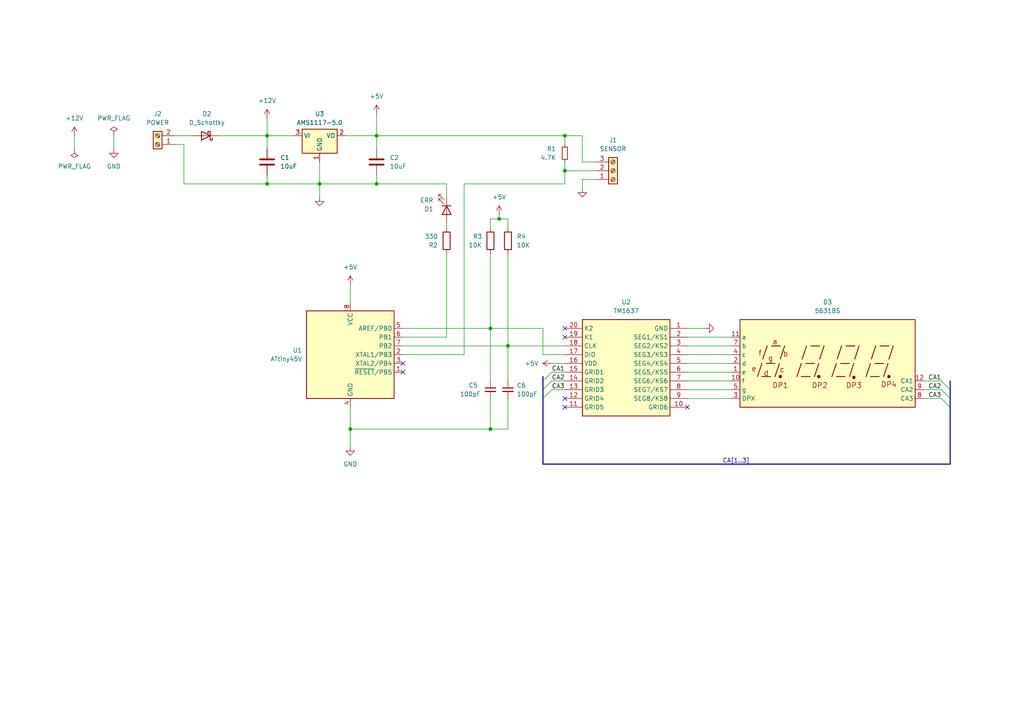
<source format=kicad_sch>
(kicad_sch (version 20230121) (generator eeschema)
  (paper "A4")
  (title_block (date "2023-08-08"))
  (lib_symbols
    (symbol "5631BS:5631BS"
      (property "Reference" "D" (at -25.4 13.97 0))
      (property "Value" "5631BS" (at 0 13.97 0))
      (symbol "5631BS_0_0"
        (rectangle (start -26.67 12.7) (end 24.13 -12.7) (stroke (width 0.254)) (fill (type background)))
        (polyline (pts (xy -21.59 -3.81) (xy -20.32 0)) (stroke (width 0.254)))
        (polyline (pts (xy -20.32 -3.81) (xy -17.78 -3.81)) (stroke (width 0.254)))
        (polyline (pts (xy -20.066 1.27) (xy -18.796 5.08)) (stroke (width 0.254)))
        (polyline (pts (xy -19.05 0) (xy -16.51 0)) (stroke (width 0.254)))
        (polyline (pts (xy -17.526 5.08) (xy -14.986 5.08)) (stroke (width 0.254)))
        (polyline (pts (xy -16.51 -3.81) (xy -15.24 0)) (stroke (width 0.254)))
        (polyline (pts (xy -14.986 1.27) (xy -13.716 5.08)) (stroke (width 0.254)))
        (polyline (pts (xy -10.16 -3.81) (xy -8.89 0)) (stroke (width 0.254)))
        (polyline (pts (xy -8.89 -3.81) (xy -6.35 -3.81)) (stroke (width 0.254)))
        (polyline (pts (xy -8.636 1.27) (xy -7.366 5.08)) (stroke (width 0.254)))
        (polyline (pts (xy -7.62 0) (xy -5.08 0)) (stroke (width 0.254)))
        (polyline (pts (xy -6.096 5.08) (xy -3.556 5.08)) (stroke (width 0.254)))
        (polyline (pts (xy -5.08 -3.81) (xy -3.81 0)) (stroke (width 0.254)))
        (polyline (pts (xy -3.556 1.27) (xy -2.286 5.08)) (stroke (width 0.254)))
        (polyline (pts (xy 0 -3.81) (xy 1.27 0)) (stroke (width 0.254)))
        (polyline (pts (xy 1.27 -3.81) (xy 3.81 -3.81)) (stroke (width 0.254)))
        (polyline (pts (xy 1.524 1.27) (xy 2.794 5.08)) (stroke (width 0.254)))
        (polyline (pts (xy 2.54 0) (xy 5.08 0)) (stroke (width 0.254)))
        (polyline (pts (xy 4.064 5.08) (xy 6.604 5.08)) (stroke (width 0.254)))
        (polyline (pts (xy 5.08 -3.81) (xy 6.35 0)) (stroke (width 0.254)))
        (polyline (pts (xy 6.604 1.27) (xy 7.874 5.08)) (stroke (width 0.254)))
        (polyline (pts (xy 9.906 -3.81) (xy 11.176 0)) (stroke (width 0.254)))
        (polyline (pts (xy 11.176 -3.81) (xy 13.716 -3.81)) (stroke (width 0.254)))
        (polyline (pts (xy 11.43 1.27) (xy 12.7 5.08)) (stroke (width 0.254)))
        (polyline (pts (xy 12.446 0) (xy 14.986 0)) (stroke (width 0.254)))
        (polyline (pts (xy 13.97 5.08) (xy 16.51 5.08)) (stroke (width 0.254)))
        (polyline (pts (xy 14.986 -3.81) (xy 16.256 0)) (stroke (width 0.254)))
        (polyline (pts (xy 16.51 1.27) (xy 17.78 5.08)) (stroke (width 0.254)))
        (text "a" (at -16.51 6.35 0) (effects (font (size 1.524 1.524))))
        (text "b" (at -13.462 2.794 0) (effects (font (size 1.524 1.524))))
        (text "c" (at -14.478 -1.778 0) (effects (font (size 1.524 1.524))))
        (text "d" (at -19.05 -2.794 0) (effects (font (size 1.524 1.524))))
        (text "DP1" (at -14.986 -6.35 0) (effects (font (size 1.524 1.524))))
        (text "DP2" (at -3.556 -6.35 0) (effects (font (size 1.524 1.524))))
        (text "DP3" (at 6.35 -6.35 0) (effects (font (size 1.524 1.524))))
        (text "DP4" (at 16.51 -6.096 0) (effects (font (size 1.524 1.524))))
        (text "e" (at -22.606 -1.524 0) (effects (font (size 1.524 1.524))))
        (text "f" (at -20.828 3.048 0) (effects (font (size 1.524 1.524))))
        (text "g" (at -17.78 1.524 0) (effects (font (size 1.524 1.524))))
      )
      (symbol "5631BS_0_1"
        (circle (center -14.986 -3.81) (radius 0.3556) (stroke (width 0.254)) (fill (type outline)))
        (circle (center -3.81 -3.81) (radius 0.3556) (stroke (width 0.254)) (fill (type outline)))
      )
      (symbol "5631BS_1_0"
        (circle (center 6.35 -4.064) (radius 0.3556) (stroke (width 0.254)) (fill (type outline)))
        (circle (center 16.51 -3.81) (radius 0.3556) (stroke (width 0.254)) (fill (type outline)))
      )
      (symbol "5631BS_1_1"
        (pin input line (at -29.21 -2.54 0) (length 2.54) (name "e") (number "1"))
        (pin input line (at -29.21 -5.08 0) (length 2.54) (name "f") (number "10"))
        (pin input line (at -29.21 7.62 0) (length 2.54) (name "a") (number "11"))
        (pin input line (at 26.67 -5.08 180) (length 2.54) (name "CA1") (number "12"))
        (pin input line (at -29.21 0 0) (length 2.54) (name "d") (number "2"))
        (pin input line (at -29.21 -10.16 0) (length 2.54) (name "DPX") (number "3"))
        (pin input line (at -29.21 2.54 0) (length 2.54) (name "c") (number "4"))
        (pin input line (at -29.21 -7.62 0) (length 2.54) (name "g") (number "5"))
        (pin input line (at -29.21 5.08 0) (length 2.54) (name "b") (number "7"))
        (pin input line (at 26.67 -10.16 180) (length 2.54) (name "CA3") (number "8"))
        (pin input line (at 26.67 -7.62 180) (length 2.54) (name "CA2") (number "9"))
      )
    )
    (symbol "Connector:Screw_Terminal_01x02" (pin_names (offset 1.016) hide)
      (property "Reference" "J" (at 0 2.54 0))
      (property "Value" "Screw_Terminal_01x02" (at 0 -5.08 0))
      (symbol "Screw_Terminal_01x02_1_1"
        (rectangle (start -1.27 1.27) (end 1.27 -3.81) (stroke (width 0.254)) (fill (type background)))
        (circle (center 0 -2.54) (radius 0.635) (stroke (width 0.1524)))
        (polyline (pts (xy -0.5334 -2.2098) (xy 0.3302 -3.048)) (stroke (width 0.1524)))
        (polyline (pts (xy -0.5334 0.3302) (xy 0.3302 -0.508)) (stroke (width 0.1524)))
        (polyline (pts (xy -0.3556 -2.032) (xy 0.508 -2.8702)) (stroke (width 0.1524)))
        (polyline (pts (xy -0.3556 0.508) (xy 0.508 -0.3302)) (stroke (width 0.1524)))
        (circle (center 0 0) (radius 0.635) (stroke (width 0.1524)))
        (pin passive line (at -5.08 0 0) (length 3.81) (name "Pin_1") (number "1"))
        (pin passive line (at -5.08 -2.54 0) (length 3.81) (name "Pin_2") (number "2"))
      )
    )
    (symbol "Connector:Screw_Terminal_01x03" (pin_names (offset 1.016) hide)
      (property "Reference" "J" (at 0 5.08 0))
      (property "Value" "Screw_Terminal_01x03" (at 0 -5.08 0))
      (symbol "Screw_Terminal_01x03_1_1"
        (rectangle (start -1.27 3.81) (end 1.27 -3.81) (stroke (width 0.254)) (fill (type background)))
        (circle (center 0 -2.54) (radius 0.635) (stroke (width 0.1524)))
        (polyline (pts (xy -0.5334 -2.2098) (xy 0.3302 -3.048)) (stroke (width 0.1524)))
        (polyline (pts (xy -0.5334 0.3302) (xy 0.3302 -0.508)) (stroke (width 0.1524)))
        (polyline (pts (xy -0.5334 2.8702) (xy 0.3302 2.032)) (stroke (width 0.1524)))
        (polyline (pts (xy -0.3556 -2.032) (xy 0.508 -2.8702)) (stroke (width 0.1524)))
        (polyline (pts (xy -0.3556 0.508) (xy 0.508 -0.3302)) (stroke (width 0.1524)))
        (polyline (pts (xy -0.3556 3.048) (xy 0.508 2.2098)) (stroke (width 0.1524)))
        (circle (center 0 0) (radius 0.635) (stroke (width 0.1524)))
        (circle (center 0 2.54) (radius 0.635) (stroke (width 0.1524)))
        (pin passive line (at -5.08 2.54 0) (length 3.81) (name "Pin_1") (number "1"))
        (pin passive line (at -5.08 0 0) (length 3.81) (name "Pin_2") (number "2"))
        (pin passive line (at -5.08 -2.54 0) (length 3.81) (name "Pin_3") (number "3"))
      )
    )
    (symbol "Device:C" (pin_numbers hide) (pin_names (offset 0.254))
      (property "Reference" "C" (at 0.635 2.54 0))
      (property "Value" "C" (at 0.635 -2.54 0))
      (symbol "C_0_1"
        (polyline (pts (xy -2.032 -0.762) (xy 2.032 -0.762)) (stroke (width 0.508)))
        (polyline (pts (xy -2.032 0.762) (xy 2.032 0.762)) (stroke (width 0.508)))
      )
      (symbol "C_1_1"
        (pin passive line (at 0 3.81 270) (length 2.794) (name "~") (number "1"))
        (pin passive line (at 0 -3.81 90) (length 2.794) (name "~") (number "2"))
      )
    )
    (symbol "Device:C_Small" (pin_numbers hide) (pin_names (offset 0.254) hide)
      (property "Reference" "C" (at 0.254 1.778 0))
      (property "Value" "C_Small" (at 0.254 -2.032 0))
      (symbol "C_Small_0_1"
        (polyline (pts (xy -1.524 -0.508) (xy 1.524 -0.508)) (stroke (width 0.3302)))
        (polyline (pts (xy -1.524 0.508) (xy 1.524 0.508)) (stroke (width 0.3048)))
      )
      (symbol "C_Small_1_1"
        (pin passive line (at 0 2.54 270) (length 2.032) (name "~") (number "1"))
        (pin passive line (at 0 -2.54 90) (length 2.032) (name "~") (number "2"))
      )
    )
    (symbol "Device:D_Schottky" (pin_numbers hide) (pin_names (offset 1.016) hide)
      (property "Reference" "D" (at 0 2.54 0))
      (property "Value" "D_Schottky" (at 0 -2.54 0))
      (symbol "D_Schottky_0_1"
        (polyline (pts (xy 1.27 0) (xy -1.27 0)))
        (polyline (pts (xy 1.27 1.27) (xy 1.27 -1.27) (xy -1.27 0) (xy 1.27 1.27)) (stroke (width 0.254)))
        (polyline (pts (xy -1.905 0.635) (xy -1.905 1.27) (xy -1.27 1.27) (xy -1.27 -1.27) (xy -0.635 -1.27) (xy -0.635 -0.635)) (stroke (width 0.254)))
      )
      (symbol "D_Schottky_1_1"
        (pin passive line (at -3.81 0 0) (length 2.54) (name "K") (number "1"))
        (pin passive line (at 3.81 0 180) (length 2.54) (name "A") (number "2"))
      )
    )
    (symbol "Device:LED" (pin_numbers hide) (pin_names (offset 1.016) hide)
      (property "Reference" "D" (at 0 2.54 0))
      (property "Value" "LED" (at 0 -2.54 0))
      (symbol "LED_0_1"
        (polyline (pts (xy -1.27 -1.27) (xy -1.27 1.27)) (stroke (width 0.254)))
        (polyline (pts (xy -1.27 0) (xy 1.27 0)))
        (polyline (pts (xy 1.27 -1.27) (xy 1.27 1.27) (xy -1.27 0) (xy 1.27 -1.27)) (stroke (width 0.254)))
        (polyline (pts (xy -3.048 -0.762) (xy -4.572 -2.286) (xy -3.81 -2.286) (xy -4.572 -2.286) (xy -4.572 -1.524)))
        (polyline (pts (xy -1.778 -0.762) (xy -3.302 -2.286) (xy -2.54 -2.286) (xy -3.302 -2.286) (xy -3.302 -1.524)))
      )
      (symbol "LED_1_1"
        (pin passive line (at -3.81 0 0) (length 2.54) (name "K") (number "1"))
        (pin passive line (at 3.81 0 180) (length 2.54) (name "A") (number "2"))
      )
    )
    (symbol "Device:R" (pin_numbers hide) (pin_names (offset 0))
      (property "Reference" "R" (at 2.032 0 90))
      (property "Value" "R" (at 0 0 90))
      (symbol "R_0_1"
        (rectangle (start -1.016 -2.54) (end 1.016 2.54) (stroke (width 0.254)))
      )
      (symbol "R_1_1"
        (pin passive line (at 0 3.81 270) (length 1.27) (name "~") (number "1"))
        (pin passive line (at 0 -3.81 90) (length 1.27) (name "~") (number "2"))
      )
    )
    (symbol "Device:R_Small" (pin_numbers hide) (pin_names (offset 0.254) hide)
      (property "Reference" "R" (at 0.762 0.508 0))
      (property "Value" "R_Small" (at 0.762 -1.016 0))
      (symbol "R_Small_0_1"
        (rectangle (start -0.762 1.778) (end 0.762 -1.778) (stroke (width 0.2032)))
      )
      (symbol "R_Small_1_1"
        (pin passive line (at 0 2.54 270) (length 0.762) (name "~") (number "1"))
        (pin passive line (at 0 -2.54 90) (length 0.762) (name "~") (number "2"))
      )
    )
    (symbol "MCU_Microchip_ATtiny:ATtiny45V-10X"
      (property "Reference" "U" (at -12.7 13.97 0))
      (property "Value" "ATtiny45V-10X" (at 2.54 -13.97 0))
      (symbol "ATtiny45V-10X_0_1"
        (rectangle (start -12.7 -12.7) (end 12.7 12.7) (stroke (width 0.254)) (fill (type background)))
      )
      (symbol "ATtiny45V-10X_1_1"
        (pin bidirectional line (at 15.24 -5.08 180) (length 2.54) (name "~{RESET}/PB5") (number "1"))
        (pin bidirectional line (at 15.24 0 180) (length 2.54) (name "XTAL1/PB3") (number "2"))
        (pin bidirectional line (at 15.24 -2.54 180) (length 2.54) (name "XTAL2/PB4") (number "3"))
        (pin power_in line (at 0 -15.24 90) (length 2.54) (name "GND") (number "4"))
        (pin bidirectional line (at 15.24 7.62 180) (length 2.54) (name "AREF/PB0") (number "5"))
        (pin bidirectional line (at 15.24 5.08 180) (length 2.54) (name "PB1") (number "6"))
        (pin bidirectional line (at 15.24 2.54 180) (length 2.54) (name "PB2") (number "7"))
        (pin power_in line (at 0 15.24 270) (length 2.54) (name "VCC") (number "8"))
      )
    )
    (symbol "Regulator_Linear:AMS1117-5.0"
      (property "Reference" "U" (at -3.81 3.175 0))
      (property "Value" "AMS1117-5.0" (at 0 3.175 0))
      (symbol "AMS1117-5.0_0_1"
        (rectangle (start -5.08 -5.08) (end 5.08 1.905) (stroke (width 0.254)) (fill (type background)))
      )
      (symbol "AMS1117-5.0_1_1"
        (pin power_in line (at 0 -7.62 90) (length 2.54) (name "GND") (number "1"))
        (pin power_out line (at 7.62 0 180) (length 2.54) (name "VO") (number "2"))
        (pin power_in line (at -7.62 0 0) (length 2.54) (name "VI") (number "3"))
      )
    )
    (symbol "TM1637__SOP_:TM1637__SOP_"
      (property "Reference" "IC" (at 31.75 7.62 0))
      (property "Value" "TM1637__SOP_" (at 31.75 5.08 0))
      (symbol "TM1637__SOP__1_1"
        (rectangle (start 5.08 2.54) (end 30.48 -25.4) (stroke (width 0.254)) (fill (type background)))
        (pin passive line (at 0 0 0) (length 5.08) (name "GND") (number "1"))
        (pin passive line (at 0 -22.86 0) (length 5.08) (name "GRID6") (number "10"))
        (pin passive line (at 35.56 -22.86 180) (length 5.08) (name "GRID5") (number "11"))
        (pin passive line (at 35.56 -20.32 180) (length 5.08) (name "GRID4") (number "12"))
        (pin passive line (at 35.56 -17.78 180) (length 5.08) (name "GRID3") (number "13"))
        (pin passive line (at 35.56 -15.24 180) (length 5.08) (name "GRID2") (number "14"))
        (pin passive line (at 35.56 -12.7 180) (length 5.08) (name "GRID1") (number "15"))
        (pin passive line (at 35.56 -10.16 180) (length 5.08) (name "VDD") (number "16"))
        (pin passive line (at 35.56 -7.62 180) (length 5.08) (name "DIO") (number "17"))
        (pin passive line (at 35.56 -5.08 180) (length 5.08) (name "CLK") (number "18"))
        (pin passive line (at 35.56 -2.54 180) (length 5.08) (name "K1") (number "19"))
        (pin passive line (at 0 -2.54 0) (length 5.08) (name "SEG1/KS1") (number "2"))
        (pin passive line (at 35.56 0 180) (length 5.08) (name "K2") (number "20"))
        (pin passive line (at 0 -5.08 0) (length 5.08) (name "SEG2/KS2") (number "3"))
        (pin passive line (at 0 -7.62 0) (length 5.08) (name "SEG3/KS3") (number "4"))
        (pin passive line (at 0 -10.16 0) (length 5.08) (name "SEG4/KS4") (number "5"))
        (pin passive line (at 0 -12.7 0) (length 5.08) (name "SEG5/KS5") (number "6"))
        (pin passive line (at 0 -15.24 0) (length 5.08) (name "SEG6/KS6") (number "7"))
        (pin passive line (at 0 -17.78 0) (length 5.08) (name "SEG7/KS7") (number "8"))
        (pin passive line (at 0 -20.32 0) (length 5.08) (name "SEG8/KS8") (number "9"))
      )
    )
    (symbol "power:+12V" (power) (pin_names (offset 0))
      (property "Value" "+12V" (at 0 3.556 0))
      (symbol "+12V_0_1"
        (polyline (pts (xy -0.762 1.27) (xy 0 2.54)))
        (polyline (pts (xy 0 0) (xy 0 2.54)))
        (polyline (pts (xy 0 2.54) (xy 0.762 1.27)))
      )
      (symbol "+12V_1_1"
        (pin power_in line (at 0 0 90) (length 0) hide (name "+12V") (number "1"))
      )
    )
    (symbol "power:+5V" (power) (pin_names (offset 0))
      (property "Value" "+5V" (at 0 3.556 0))
      (symbol "+5V_0_1"
        (polyline (pts (xy -0.762 1.27) (xy 0 2.54)))
        (polyline (pts (xy 0 0) (xy 0 2.54)))
        (polyline (pts (xy 0 2.54) (xy 0.762 1.27)))
      )
      (symbol "+5V_1_1"
        (pin power_in line (at 0 0 90) (length 0) hide (name "+5V") (number "1"))
      )
    )
    (symbol "power:GND" (power) (pin_names (offset 0))
      (property "Value" "GND" (at 0 -3.81 0))
      (symbol "GND_0_1"
        (polyline (pts (xy 0 0) (xy 0 -1.27) (xy 1.27 -1.27) (xy 0 -2.54) (xy -1.27 -1.27) (xy 0 -1.27)))
      )
      (symbol "GND_1_1"
        (pin power_in line (at 0 0 270) (length 0) hide (name "GND") (number "1"))
      )
    )
    (symbol "power:PWR_FLAG" (power) (pin_numbers hide) (pin_names (offset 0) hide)
      (property "Value" "PWR_FLAG" (at 0 3.81 0))
      (symbol "PWR_FLAG_0_0"
        (pin power_out line (at 0 0 90) (length 0) (name "pwr") (number "1"))
      )
      (symbol "PWR_FLAG_0_1"
        (polyline (pts (xy 0 0) (xy 0 1.27) (xy -1.016 1.905) (xy 0 2.54) (xy 1.016 1.905) (xy 0 1.27)))
      )
    )
  )
  (junction (at 163.83 39.37))
  (junction (at 101.6 124.46))
  (junction (at 142.24 95.25))
  (junction (at 92.71 53.34))
  (junction (at 77.47 39.37))
  (junction (at 77.47 53.34))
  (junction (at 144.78 63.5))
  (junction (at 142.24 124.46))
  (junction (at 163.83 49.53))
  (junction (at 147.32 100.33))
  (junction (at 109.22 53.34))
  (junction (at 109.22 39.37))
  (no_connect (at 163.83 118.11))
  (no_connect (at 116.84 107.95))
  (no_connect (at 163.83 115.57))
  (no_connect (at 199.39 118.11))
  (no_connect (at 116.84 105.41))
  (no_connect (at 163.83 97.79))
  (no_connect (at 163.83 95.25))
  (bus_entry (at 157.48 115.57) (size 2.54 -2.54))
  (bus_entry (at 275.59 118.11) (size -2.54 -2.54))
  (bus_entry (at 157.48 110.49) (size 2.54 -2.54))
  (bus_entry (at 275.59 115.57) (size -2.54 -2.54))
  (bus_entry (at 157.48 113.03) (size 2.54 -2.54))
  (bus_entry (at 275.59 113.03) (size -2.54 -2.54))
  (wire (pts (xy 109.22 39.37) (xy 163.83 39.37)))
  (wire (pts (xy 199.39 113.03) (xy 212.09 113.03)))
  (wire (pts (xy 109.22 39.37) (xy 109.22 43.18)))
  (wire (pts (xy 147.32 115.57) (xy 147.32 124.46)))
  (wire (pts (xy 116.84 97.79) (xy 129.54 97.79)))
  (wire (pts (xy 50.8 41.91) (xy 53.34 41.91)))
  (wire (pts (xy 147.32 100.33) (xy 163.83 100.33)))
  (wire (pts (xy 142.24 63.5) (xy 144.78 63.5)))
  (wire (pts (xy 142.24 66.04) (xy 142.24 63.5)))
  (wire (pts (xy 163.83 49.53) (xy 172.72 49.53)))
  (wire (pts (xy 142.24 95.25) (xy 157.48 95.25)))
  (wire (pts (xy 92.71 53.34) (xy 92.71 57.15)))
  (wire (pts (xy 53.34 53.34) (xy 77.47 53.34)))
  (wire (pts (xy 163.83 49.53) (xy 163.83 53.34)))
  (wire (pts (xy 199.39 100.33) (xy 212.09 100.33)))
  (wire (pts (xy 147.32 63.5) (xy 147.32 66.04)))
  (wire (pts (xy 144.78 63.5) (xy 144.78 62.23)))
  (wire (pts (xy 116.84 102.87) (xy 134.62 102.87)))
  (wire (pts (xy 168.91 52.07) (xy 172.72 52.07)))
  (wire (pts (xy 92.71 46.99) (xy 92.71 53.34)))
  (wire (pts (xy 100.33 39.37) (xy 109.22 39.37)))
  (wire (pts (xy 199.39 110.49) (xy 212.09 110.49)))
  (wire (pts (xy 109.22 33.02) (xy 109.22 39.37)))
  (wire (pts (xy 129.54 66.04) (xy 129.54 64.77)))
  (wire (pts (xy 101.6 124.46) (xy 142.24 124.46)))
  (wire (pts (xy 21.59 39.37) (xy 21.59 43.18)))
  (wire (pts (xy 157.48 102.87) (xy 163.83 102.87)))
  (wire (pts (xy 267.97 110.49) (xy 273.05 110.49)))
  (wire (pts (xy 147.32 73.66) (xy 147.32 100.33)))
  (wire (pts (xy 199.39 105.41) (xy 212.09 105.41)))
  (wire (pts (xy 77.47 50.8) (xy 77.47 53.34)))
  (wire (pts (xy 199.39 95.25) (xy 204.47 95.25)))
  (wire (pts (xy 163.83 41.91) (xy 163.83 39.37)))
  (wire (pts (xy 53.34 41.91) (xy 53.34 53.34)))
  (wire (pts (xy 147.32 100.33) (xy 147.32 110.49)))
  (wire (pts (xy 199.39 102.87) (xy 212.09 102.87)))
  (bus (pts (xy 275.59 110.49) (xy 275.59 113.03)))
  (wire (pts (xy 199.39 97.79) (xy 212.09 97.79)))
  (bus (pts (xy 275.59 115.57) (xy 275.59 118.11)))
  (wire (pts (xy 267.97 113.03) (xy 273.05 113.03)))
  (bus (pts (xy 157.48 115.57) (xy 157.48 134.62)))
  (wire (pts (xy 101.6 118.11) (xy 101.6 124.46)))
  (wire (pts (xy 50.8 39.37) (xy 55.88 39.37)))
  (wire (pts (xy 77.47 39.37) (xy 85.09 39.37)))
  (wire (pts (xy 134.62 53.34) (xy 163.83 53.34)))
  (wire (pts (xy 92.71 53.34) (xy 109.22 53.34)))
  (wire (pts (xy 199.39 107.95) (xy 212.09 107.95)))
  (wire (pts (xy 33.02 39.37) (xy 33.02 43.18)))
  (wire (pts (xy 142.24 73.66) (xy 142.24 95.25)))
  (wire (pts (xy 168.91 46.99) (xy 168.91 39.37)))
  (wire (pts (xy 142.24 95.25) (xy 142.24 110.49)))
  (wire (pts (xy 147.32 124.46) (xy 142.24 124.46)))
  (wire (pts (xy 144.78 63.5) (xy 147.32 63.5)))
  (wire (pts (xy 101.6 82.55) (xy 101.6 87.63)))
  (bus (pts (xy 275.59 118.11) (xy 275.59 134.62)))
  (wire (pts (xy 109.22 50.8) (xy 109.22 53.34)))
  (bus (pts (xy 275.59 134.62) (xy 157.48 134.62)))
  (wire (pts (xy 129.54 53.34) (xy 129.54 57.15)))
  (wire (pts (xy 77.47 53.34) (xy 92.71 53.34)))
  (wire (pts (xy 101.6 124.46) (xy 101.6 129.54)))
  (wire (pts (xy 267.97 115.57) (xy 273.05 115.57)))
  (wire (pts (xy 199.39 115.57) (xy 212.09 115.57)))
  (wire (pts (xy 77.47 39.37) (xy 77.47 43.18)))
  (wire (pts (xy 129.54 73.66) (xy 129.54 97.79)))
  (bus (pts (xy 157.48 109.22) (xy 157.48 110.49)))
  (bus (pts (xy 275.59 113.03) (xy 275.59 115.57)))
  (wire (pts (xy 163.83 46.99) (xy 163.83 49.53)))
  (wire (pts (xy 168.91 52.07) (xy 168.91 54.61)))
  (wire (pts (xy 77.47 34.29) (xy 77.47 39.37)))
  (wire (pts (xy 160.02 105.41) (xy 163.83 105.41)))
  (wire (pts (xy 134.62 102.87) (xy 134.62 53.34)))
  (wire (pts (xy 109.22 53.34) (xy 129.54 53.34)))
  (wire (pts (xy 168.91 46.99) (xy 172.72 46.99)))
  (wire (pts (xy 116.84 100.33) (xy 147.32 100.33)))
  (wire (pts (xy 160.02 110.49) (xy 163.83 110.49)))
  (wire (pts (xy 63.5 39.37) (xy 77.47 39.37)))
  (bus (pts (xy 157.48 113.03) (xy 157.48 115.57)))
  (bus (pts (xy 157.48 110.49) (xy 157.48 113.03)))
  (wire (pts (xy 163.83 39.37) (xy 168.91 39.37)))
  (wire (pts (xy 116.84 95.25) (xy 142.24 95.25)))
  (wire (pts (xy 157.48 95.25) (xy 157.48 102.87)))
  (wire (pts (xy 142.24 115.57) (xy 142.24 124.46)))
  (wire (pts (xy 160.02 113.03) (xy 163.83 113.03)))
  (wire (pts (xy 160.02 107.95) (xy 163.83 107.95)))
  (label "CA[1..3]" (at 209.55 134.62 0))
  (label "CA1" (at 160.02 107.95 0))
  (label "CA1" (at 269.24 110.49 0))
  (label "CA2" (at 269.24 113.03 0))
  (label "CA3" (at 269.24 115.57 0))
  (label "CA3" (at 160.02 113.03 0))
  (label "CA2" (at 160.02 110.49 0))
  (symbol (lib_id "power:+5V") (at 160.02 105.41 90) (unit 1)
    (property "Reference" "#PWR08" (effects hide))
    (property "Value" "+5V" (at 156.21 105.41 90) (effects (justify left)))
  )
  (symbol (lib_id "power:PWR_FLAG") (at 33.02 39.37 0) (unit 1)
    (property "Reference" "#FLG02" (effects hide))
    (property "Value" "PWR_FLAG" (at 33.02 34.29 0))
  )
  (symbol (lib_id "Connector:Screw_Terminal_01x03") (at 177.8 49.53 0) (mirror x) (unit 1)
    (property "Reference" "J1" (at 177.8 40.64 0))
    (property "Value" "SENSOR" (at 177.8 43.18 0))
    (property "Footprint" "TerminalBlock_Phoenix:TerminalBlock_Phoenix_MPT-0,5-3-2.54_1x03_P2.54mm_Horizontal" (effects hide))
  )
  (symbol (lib_id "Device:C") (at 77.47 46.99 0) (unit 1)
    (property "Reference" "C1" (at 81.28 45.72 0) (effects (justify left)))
    (property "Value" "10uF" (at 81.28 48.26 0) (effects (justify left)))
    (property "Footprint" "Capacitor_SMD:C_0805_2012Metric" (effects hide))
  )
  (symbol (lib_id "Device:R") (at 129.54 69.85 180) (unit 1)
    (property "Reference" "R2" (at 127 71.12 0) (effects (justify left)))
    (property "Value" "330" (at 127 68.58 0) (effects (justify left)))
    (property "Footprint" "Resistor_SMD:R_0805_2012Metric" (effects hide))
  )
  (symbol (lib_id "Regulator_Linear:AMS1117-5.0") (at 92.71 39.37 0) (unit 1)
    (property "Reference" "U3" (at 92.71 33.02 0))
    (property "Value" "AMS1117-5.0" (at 92.71 35.56 0))
    (property "Footprint" "Package_TO_SOT_SMD:SOT-223-3_TabPin2" (effects hide))
    (property "Datasheet" "http://www.advanced-monolithic.com/pdf/ds1117.pdf" (effects hide))
  )
  (symbol (lib_id "MCU_Microchip_ATtiny:ATtiny45V-10X") (at 101.6 102.87 0) (unit 1)
    (property "Reference" "U1" (at 87.63 101.6 0) (effects (justify right)))
    (property "Value" "ATtiny45V" (at 87.63 104.14 0) (effects (justify right)))
    (property "Footprint" "Package_SO:TSSOP-8_4.4x3mm_P0.65mm" (effects hide))
    (property "Datasheet" "http://ww1.microchip.com/downloads/en/DeviceDoc/atmel-2586-avr-8-bit-microcontroller-attiny25-attiny45-attiny85_datasheet.pdf" (effects hide))
  )
  (symbol (lib_id "power:+5V") (at 101.6 82.55 0) (unit 1)
    (property "Reference" "#PWR07" (effects hide))
    (property "Value" "+5V" (at 101.6 77.47 0))
  )
  (symbol (lib_id "power:GND") (at 33.02 43.18 0) (unit 1)
    (property "Reference" "#PWR011" (effects hide))
    (property "Value" "GND" (at 33.02 48.26 0))
  )
  (symbol (lib_id "power:GND") (at 92.71 57.15 0) (unit 1)
    (property "Reference" "#PWR04" (effects hide))
    (property "Value" "GND" (effects hide))
  )
  (symbol (lib_id "5631BS:5631BS") (at 241.3 105.41 0) (unit 1)
    (property "Reference" "D3" (at 240.03 87.63 0))
    (property "Value" "5631BS" (at 240.03 90.17 0))
    (property "Footprint" "5631BS:5631BS" (effects hide))
  )
  (symbol (lib_id "Device:R") (at 147.32 69.85 0) (unit 1)
    (property "Reference" "R4" (at 149.86 68.58 0) (effects (justify left)))
    (property "Value" "10K" (at 149.86 71.12 0) (effects (justify left)))
    (property "Footprint" "Resistor_SMD:R_0805_2012Metric" (effects hide))
  )
  (symbol (lib_id "power:GND") (at 101.6 129.54 0) (unit 1)
    (property "Reference" "#PWR06" (effects hide))
    (property "Value" "GND" (at 101.6 134.62 0))
  )
  (symbol (lib_id "Device:C_Small") (at 147.32 113.03 0) (unit 1)
    (property "Reference" "C6" (at 149.86 111.7663 0) (effects (justify left)))
    (property "Value" "100pF" (at 149.86 114.3063 0) (effects (justify left)))
    (property "Footprint" "Capacitor_SMD:C_0805_2012Metric" (effects hide))
  )
  (symbol (lib_id "power:+12V") (at 77.47 34.29 0) (unit 1)
    (property "Reference" "#PWR03" (effects hide))
    (property "Value" "+12V" (at 77.47 29.21 0))
  )
  (symbol (lib_id "power:+5V") (at 144.78 62.23 0) (unit 1)
    (property "Reference" "#PWR010" (effects hide))
    (property "Value" "+5V" (at 144.78 57.15 0))
  )
  (symbol (lib_id "Device:C") (at 109.22 46.99 0) (unit 1)
    (property "Reference" "C2" (at 113.03 45.72 0) (effects (justify left)))
    (property "Value" "10uF" (at 113.03 48.26 0) (effects (justify left)))
    (property "Footprint" "Capacitor_SMD:C_0805_2012Metric" (effects hide))
  )
  (symbol (lib_id "power:PWR_FLAG") (at 21.59 43.18 180) (unit 1)
    (property "Reference" "#FLG01" (effects hide))
    (property "Value" "PWR_FLAG" (at 21.59 48.26 0))
  )
  (symbol (lib_id "Device:C_Small") (at 142.24 113.03 0) (unit 1)
    (property "Reference" "C5" (at 135.89 111.76 0) (effects (justify left)))
    (property "Value" "100pF" (at 133.35 114.3 0) (effects (justify left)))
    (property "Footprint" "Capacitor_SMD:C_0805_2012Metric" (effects hide))
  )
  (symbol (lib_id "Device:LED") (at 129.54 60.96 270) (unit 1)
    (property "Reference" "D1" (at 125.73 60.6425 90) (effects (justify right)))
    (property "Value" "ERR" (at 125.73 58.1025 90) (effects (justify right)))
    (property "Footprint" "LED_SMD:LED_0805_2012Metric" (effects hide))
  )
  (symbol (lib_id "TM1637__SOP_:TM1637__SOP_") (at 199.39 95.25 0) (mirror y) (unit 1)
    (property "Reference" "U2" (at 181.61 87.63 0))
    (property "Value" "TM1637" (at 181.61 90.17 0))
    (property "Footprint" "TM1637__SOP_:SOIC127P1045X280-20N" (effects hide))
    (property "Datasheet" "https://www.mcielectronics.cl/website_MCI/static/documents/Datasheet_TM1637.pdf" (effects hide))
    (property "Height" "2.8" (effects hide))
    (property "Manufacturer_Name" "TITAN MICRO ELECTRONICS" (effects hide))
    (property "Manufacturer_Part_Number" "TM1637 (SOP)" (effects hide))
  )
  (symbol (lib_id "power:GND") (at 168.91 54.61 0) (mirror y) (unit 1)
    (property "Reference" "#PWR02" (effects hide))
    (property "Value" "GND" (effects hide))
  )
  (symbol (lib_id "Device:R_Small") (at 163.83 44.45 0) (mirror x) (unit 1)
    (property "Reference" "R1" (at 161.29 43.18 0) (effects (justify right)))
    (property "Value" "4.7K" (at 161.29 45.72 0) (effects (justify right)))
    (property "Footprint" "Resistor_SMD:R_0805_2012Metric" (effects hide))
  )
  (symbol (lib_id "power:+5V") (at 109.22 33.02 0) (unit 1)
    (property "Reference" "#PWR05" (effects hide))
    (property "Value" "+5V" (at 109.22 27.94 0))
  )
  (symbol (lib_id "Device:D_Schottky") (at 59.69 39.37 180) (unit 1)
    (property "Reference" "D2" (at 60.0075 33.02 0))
    (property "Value" "D_Schottky" (at 60.0075 35.56 0))
    (property "Footprint" "Diode_SMD:D_SMA" (effects hide))
  )
  (symbol (lib_id "Device:R") (at 142.24 69.85 0) (unit 1)
    (property "Reference" "R3" (at 137.16 68.58 0) (effects (justify left)))
    (property "Value" "10K" (at 135.89 71.12 0) (effects (justify left)))
    (property "Footprint" "Resistor_SMD:R_0805_2012Metric" (effects hide))
  )
  (symbol (lib_id "Connector:Screw_Terminal_01x02") (at 45.72 41.91 180) (unit 1)
    (property "Reference" "J2" (at 45.72 33.02 0))
    (property "Value" "POWER" (at 45.72 35.56 0))
    (property "Footprint" "TerminalBlock_Phoenix:TerminalBlock_Phoenix_MPT-0,5-2-2.54_1x02_P2.54mm_Horizontal" (effects hide))
  )
  (symbol (lib_id "power:+12V") (at 21.59 39.37 0) (unit 1)
    (property "Reference" "#PWR01" (effects hide))
    (property "Value" "+12V" (at 21.59 34.29 0))
  )
  (symbol (lib_id "power:GND") (at 204.47 95.25 90) (mirror x) (unit 1)
    (property "Reference" "#PWR09" (effects hide))
    (property "Value" "GND" (effects hide))
  )
)
</source>
